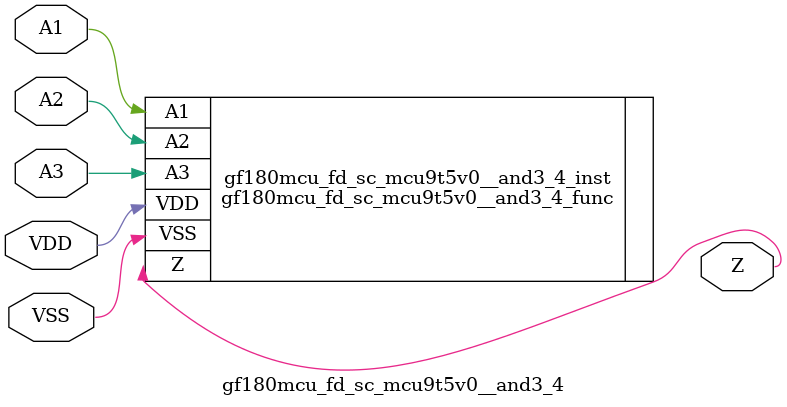
<source format=v>

module gf180mcu_fd_sc_mcu9t5v0__and3_4( A3, A1, A2, Z, VDD, VSS );
input A1, A2, A3;
inout VDD, VSS;
output Z;

   `ifdef FUNCTIONAL  //  functional //

	gf180mcu_fd_sc_mcu9t5v0__and3_4_func gf180mcu_fd_sc_mcu9t5v0__and3_4_behav_inst(.A3(A3),.A1(A1),.A2(A2),.Z(Z),.VDD(VDD),.VSS(VSS));

   `else

	gf180mcu_fd_sc_mcu9t5v0__and3_4_func gf180mcu_fd_sc_mcu9t5v0__and3_4_inst(.A3(A3),.A1(A1),.A2(A2),.Z(Z),.VDD(VDD),.VSS(VSS));

	// spec_gates_begin


	// spec_gates_end



   specify

	// specify_block_begin

	// comb arc A1 --> Z
	 (A1 => Z) = (1.0,1.0);

	// comb arc A2 --> Z
	 (A2 => Z) = (1.0,1.0);

	// comb arc A3 --> Z
	 (A3 => Z) = (1.0,1.0);

	// specify_block_end

   endspecify

   `endif

endmodule

</source>
